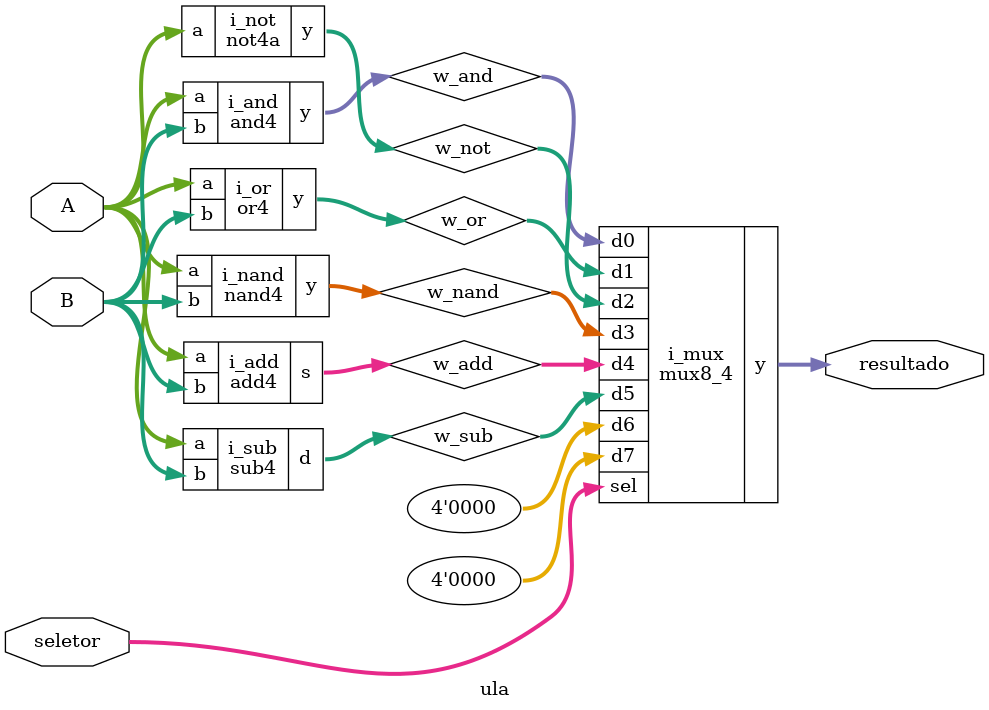
<source format=v>

`timescale 1ns/1ps


// Porta AND de 4 bits
module and4(input [3:0] a,b, output [3:0] y); assign y = a & b; endmodule
// Porta OR  de 4 bits
module or4 (input [3:0] a,b, output [3:0] y); assign y = a | b; endmodule
// NOT em A (4 bits)
module not4a(input [3:0] a,   output [3:0] y); assign y = ~a;  endmodule
// NAND de 4 bits
module nand4(input [3:0] a,b, output [3:0] y); assign y = ~(a & b); endmodule

// Somador completo (full adder) 1 bit
module fa(input a,b,cin, output sum, cout);
    assign {cout,sum} = a ^ b ^ cin ? { (a&b)|(a&cin)|(b&cin) , ~(a^b^cin) } : { (a&b)|(a&cin)|(b&cin) , (a^b^cin) };
    // A linha acima mantém tudo em dataflow; alternativa clássica:
    // assign {cout,sum} = a + b + cin;
endmodule

// Ripple‑carry adder 4 bits
module add4(input [3:0] a,b, output [3:0] s);
    wire c1,c2,c3,c4;
    fa u0(a[0], b[0], 1'b0, s[0], c1);
    fa u1(a[1], b[1], c1  , s[1], c2);
    fa u2(a[2], b[2], c2  , s[2], c3);
    fa u3(a[3], b[3], c3  , s[3], c4);
endmodule

// Subtrator 4 bits usando soma com complemento de dois (A + (~B + 1))
module sub4(input [3:0] a,b, output [3:0] d);
    wire [3:0] nb = ~b;         // complemento de B
    wire [3:0] t;               // soma parcial nb + 1
    wire c1,c2,c3,c4;
    fa s0(nb[0], 1'b1, 1'b0, t[0], c1);
    fa s1(nb[1], 1'b0, c1  , t[1], c2);
    fa s2(nb[2], 1'b0, c2  , t[2], c3);
    fa s3(nb[3], 1'b0, c3  , t[3], c4);
    add4 add_ab (.a(a), .b(t), .s(d)); // A + (~B+1)
endmodule

// MUX 8‑para‑1 de 4 bits (seis usados; dois deixam zero)
module mux8_4(
    input [3:0] d0,d1,d2,d3,d4,d5,d6,d7,
    input [2:0] sel,
    output [3:0] y
);
    wire [3:0] y0 = (sel==3'b000) ? d0 : 4'b0000;
    wire [3:0] y1 = (sel==3'b001) ? d1 : 4'b0000;
    wire [3:0] y2 = (sel==3'b010) ? d2 : 4'b0000;
    wire [3:0] y3 = (sel==3'b011) ? d3 : 4'b0000;
    wire [3:0] y4 = (sel==3'b100) ? d4 : 4'b0000;
    wire [3:0] y5 = (sel==3'b101) ? d5 : 4'b0000;
    wire [3:0] y6 = (sel==3'b110) ? d6 : 4'b0000;
    wire [3:0] y7 = (sel==3'b111) ? d7 : 4'b0000;
    assign y = y0 | y1 | y2 | y3 | y4 | y5 | y6 | y7; // OR de linhas "one‑hot"
endmodule

// ------------------ Topo -----------------
module ula (
    input  [3:0] A,            // Operando A
    input  [3:0] B,            // Operando B
    input  [2:0] seletor,      // Sinal de seleção
    output [3:0] resultado     // Resultado da operação
);
    // Saídas dos blocos de operação
    wire [3:0] w_and, w_or, w_not, w_nand, w_add, w_sub;

    // Instâncias
    and4   i_and  (.a(A), .b(B), .y(w_and));
    or4    i_or   (.a(A), .b(B), .y(w_or));
    not4a  i_not  (.a(A),         .y(w_not));
    nand4  i_nand (.a(A), .b(B), .y(w_nand));
    add4   i_add  (.a(A), .b(B), .s(w_add));
    sub4   i_sub  (.a(A), .b(B), .d(w_sub));

    // MUX seleciona uma entre 8 entradas (duas zeradas)
    mux8_4 i_mux(
        .d0(w_and), .d1(w_or), .d2(w_not), .d3(w_nand),
        .d4(w_add), .d5(w_sub), .d6(4'b0000), .d7(4'b0000),
        .sel(seletor),
        .y(resultado)
    );
endmodule

</source>
